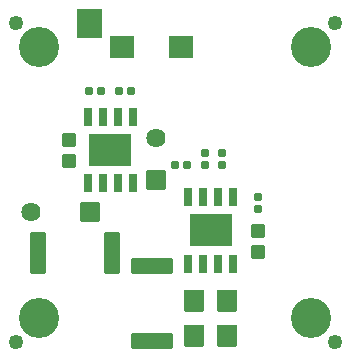
<source format=gbr>
%TF.GenerationSoftware,KiCad,Pcbnew,7.0.11-7.0.11~ubuntu22.04.1*%
%TF.CreationDate,2024-11-21T15:06:29+02:00*%
%TF.ProjectId,POEv3_Rev_A,504f4576-335f-4526-9576-5f412e6b6963,A*%
%TF.SameCoordinates,PX55d4a80PY8a48640*%
%TF.FileFunction,Soldermask,Bot*%
%TF.FilePolarity,Negative*%
%FSLAX46Y46*%
G04 Gerber Fmt 4.6, Leading zero omitted, Abs format (unit mm)*
G04 Created by KiCad (PCBNEW 7.0.11-7.0.11~ubuntu22.04.1) date 2024-11-21 15:06:29*
%MOMM*%
%LPD*%
G01*
G04 APERTURE LIST*
G04 Aperture macros list*
%AMRoundRect*
0 Rectangle with rounded corners*
0 $1 Rounding radius*
0 $2 $3 $4 $5 $6 $7 $8 $9 X,Y pos of 4 corners*
0 Add a 4 corners polygon primitive as box body*
4,1,4,$2,$3,$4,$5,$6,$7,$8,$9,$2,$3,0*
0 Add four circle primitives for the rounded corners*
1,1,$1+$1,$2,$3*
1,1,$1+$1,$4,$5*
1,1,$1+$1,$6,$7*
1,1,$1+$1,$8,$9*
0 Add four rect primitives between the rounded corners*
20,1,$1+$1,$2,$3,$4,$5,0*
20,1,$1+$1,$4,$5,$6,$7,0*
20,1,$1+$1,$6,$7,$8,$9,0*
20,1,$1+$1,$8,$9,$2,$3,0*%
G04 Aperture macros list end*
%ADD10C,0.100000*%
%ADD11C,1.625600*%
%ADD12RoundRect,0.050800X-0.762000X-0.762000X0.762000X-0.762000X0.762000X0.762000X-0.762000X0.762000X0*%
%ADD13C,3.401601*%
%ADD14RoundRect,0.050800X-0.762000X0.762000X-0.762000X-0.762000X0.762000X-0.762000X0.762000X0.762000X0*%
%ADD15RoundRect,0.050800X-1.000000X-0.850000X1.000000X-0.850000X1.000000X0.850000X-1.000000X0.850000X0*%
%ADD16RoundRect,0.050800X-0.508000X0.508000X-0.508000X-0.508000X0.508000X-0.508000X0.508000X0.508000X0*%
%ADD17RoundRect,0.050800X-0.600000X-1.700000X0.600000X-1.700000X0.600000X1.700000X-0.600000X1.700000X0*%
%ADD18RoundRect,0.050800X-0.300000X-0.700000X0.300000X-0.700000X0.300000X0.700000X-0.300000X0.700000X0*%
%ADD19C,1.901600*%
%ADD20RoundRect,0.050800X-1.750000X1.300000X-1.750000X-1.300000X1.750000X-1.300000X1.750000X1.300000X0*%
%ADD21RoundRect,0.050800X0.250000X0.275000X-0.250000X0.275000X-0.250000X-0.275000X0.250000X-0.275000X0*%
%ADD22RoundRect,0.050800X-0.250000X-0.275000X0.250000X-0.275000X0.250000X0.275000X-0.250000X0.275000X0*%
%ADD23RoundRect,0.050800X0.275000X-0.250000X0.275000X0.250000X-0.275000X0.250000X-0.275000X-0.250000X0*%
%ADD24RoundRect,0.050800X-0.275000X0.250000X-0.275000X-0.250000X0.275000X-0.250000X0.275000X0.250000X0*%
%ADD25RoundRect,0.050800X0.762000X0.889000X-0.762000X0.889000X-0.762000X-0.889000X0.762000X-0.889000X0*%
%ADD26RoundRect,0.050800X1.700000X-0.600000X1.700000X0.600000X-1.700000X0.600000X-1.700000X-0.600000X0*%
%ADD27RoundRect,0.050800X0.508000X-0.508000X0.508000X0.508000X-0.508000X0.508000X-0.508000X-0.508000X0*%
%ADD28C,1.254000*%
%ADD29RoundRect,0.050800X0.300000X0.700000X-0.300000X0.700000X-0.300000X-0.700000X0.300000X-0.700000X0*%
%ADD30RoundRect,0.050800X1.750000X-1.300000X1.750000X1.300000X-1.750000X1.300000X-1.750000X-1.300000X0*%
G04 APERTURE END LIST*
D10*
X6700000Y29700000D02*
X8700000Y29700000D01*
X8700000Y27350000D01*
X6700000Y27350000D01*
X6700000Y29700000D01*
G36*
X6700000Y29700000D02*
G01*
X8700000Y29700000D01*
X8700000Y27350000D01*
X6700000Y27350000D01*
X6700000Y29700000D01*
G37*
D11*
%TO.C,C2*%
X2750000Y12500000D03*
D12*
X7750000Y12500000D03*
%TD*%
D13*
%TO.C,MH1*%
X3500000Y26500000D03*
%TD*%
%TO.C,MH2*%
X26500000Y26500000D03*
%TD*%
%TO.C,MH3*%
X26500000Y3500000D03*
%TD*%
D11*
%TO.C,C6*%
X13400000Y18750000D03*
D14*
X13400000Y15250000D03*
%TD*%
D13*
%TO.C,MH4*%
X3500000Y3500000D03*
%TD*%
D15*
%TO.C,D1*%
X10500000Y26500000D03*
X15500000Y26500000D03*
%TD*%
D16*
%TO.C,C1*%
X6000000Y18639000D03*
X6000000Y16861000D03*
%TD*%
D17*
%TO.C,R4*%
X3350000Y9000000D03*
X9650000Y9000000D03*
%TD*%
D18*
%TO.C,U1*%
X7595000Y20550000D03*
X8865000Y20550000D03*
X10135000Y20550000D03*
X11405000Y20550000D03*
X11405000Y14950000D03*
X10135000Y14950000D03*
X8865000Y14950000D03*
X7595000Y14950000D03*
D19*
X9500000Y17750000D03*
D20*
X9500000Y17750000D03*
%TD*%
D21*
%TO.C,R2*%
X10242000Y22750000D03*
D22*
X11258000Y22750000D03*
%TD*%
D21*
%TO.C,R1*%
X7742000Y22750000D03*
D22*
X8758000Y22750000D03*
%TD*%
D23*
%TO.C,R11*%
X17500000Y17508000D03*
D24*
X17500000Y16492000D03*
%TD*%
D25*
%TO.C,R6*%
X19397000Y5000000D03*
X16603000Y5000000D03*
%TD*%
D26*
%TO.C,R5*%
X13000000Y1600000D03*
X13000000Y7900000D03*
%TD*%
D23*
%TO.C,C5*%
X19000000Y17508000D03*
D24*
X19000000Y16492000D03*
%TD*%
D27*
%TO.C,C4*%
X22000000Y9111000D03*
X22000000Y10889000D03*
%TD*%
D28*
%TO.C,FID6*%
X28500000Y28500000D03*
%TD*%
D29*
%TO.C,U2*%
X19905000Y8150000D03*
X18635000Y8150000D03*
X17365000Y8150000D03*
X16095000Y8150000D03*
X16095000Y13750000D03*
X17365000Y13750000D03*
X18635000Y13750000D03*
X19905000Y13750000D03*
D19*
X18000000Y10950000D03*
D30*
X18000000Y10950000D03*
%TD*%
D23*
%TO.C,R8*%
X22000000Y13758000D03*
D24*
X22000000Y12742000D03*
%TD*%
D28*
%TO.C,FID5*%
X1500000Y1500000D03*
%TD*%
D25*
%TO.C,R7*%
X19397000Y2000000D03*
X16603000Y2000000D03*
%TD*%
D28*
%TO.C,FID7*%
X1500000Y28500000D03*
%TD*%
D22*
%TO.C,R10*%
X16008000Y16500000D03*
D21*
X14992000Y16500000D03*
%TD*%
D28*
%TO.C,FID8*%
X28500000Y1500000D03*
%TD*%
M02*

</source>
